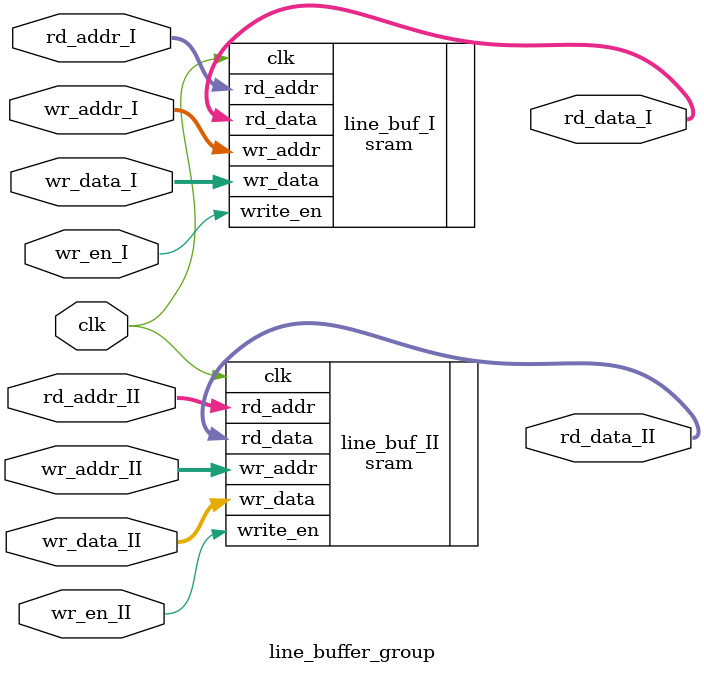
<source format=sv>
/*
Copyright 2019, Grant Yu

This program is free software: you can redistribute it and/or modify
it under the terms of the GNU General Public License as published by
the Free Software Foundation, either version 3 of the License, or
(at your option) any later version.

This program is distributed in the hope that it will be useful,
but WITHOUT ANY WARRANTY; without even the implied warranty of
MERCHANTABILITY or FITNESS FOR A PARTICULAR PURPOSE.  See the
GNU General Public License for more details.

You should have received a copy of the GNU General Public License
along with this program.  If not, see <https://www.gnu.org/licenses/>.
*/

// Module: line_buffer_group.sv
// Date: 10/29/2019
// Description: A single group of 2 line buffers. Holds enough data to buffer in a 
// 3x3 window.

module line_buffer_group #(parameter 
    ADDR_WIDTH = 5, 
    DATA_WIDTH = 16, 
    DEPTH = 30
) (
    input clk,
    input [ADDR_WIDTH-1:0] wr_addr_I,
    input [ADDR_WIDTH-1:0] wr_addr_II,
    input [ADDR_WIDTH-1:0] rd_addr_I,
    input [ADDR_WIDTH-1:0] rd_addr_II,
    input wr_en_I,
    input wr_en_II,
    input [DATA_WIDTH-1:0] wr_data_I,
    input [DATA_WIDTH-1:0] wr_data_II,
    output [DATA_WIDTH-1:0] rd_data_I,
    output [DATA_WIDTH-1:0] rd_data_II
);

sram #(
    .ADDR_WIDTH(ADDR_WIDTH), 
    .DATA_WIDTH(DATA_WIDTH), 
    .DEPTH(DEPTH)
) 
line_buf_I 
(
    .clk (clk),
    .wr_addr (wr_addr_I),
    .rd_addr (rd_addr_I),
    .write_en (wr_en_I),
    .wr_data (wr_data_I),
    .rd_data (rd_data_I)
);

sram #(
    .ADDR_WIDTH(ADDR_WIDTH), 
    .DATA_WIDTH(DATA_WIDTH), 
    .DEPTH(DEPTH)
) 
line_buf_II 
(
    .clk (clk),
    .wr_addr (wr_addr_II),
    .rd_addr (rd_addr_II),
    .write_en (wr_en_II),
    .wr_data (wr_data_II),
    .rd_data (rd_data_II)
);

endmodule
</source>
